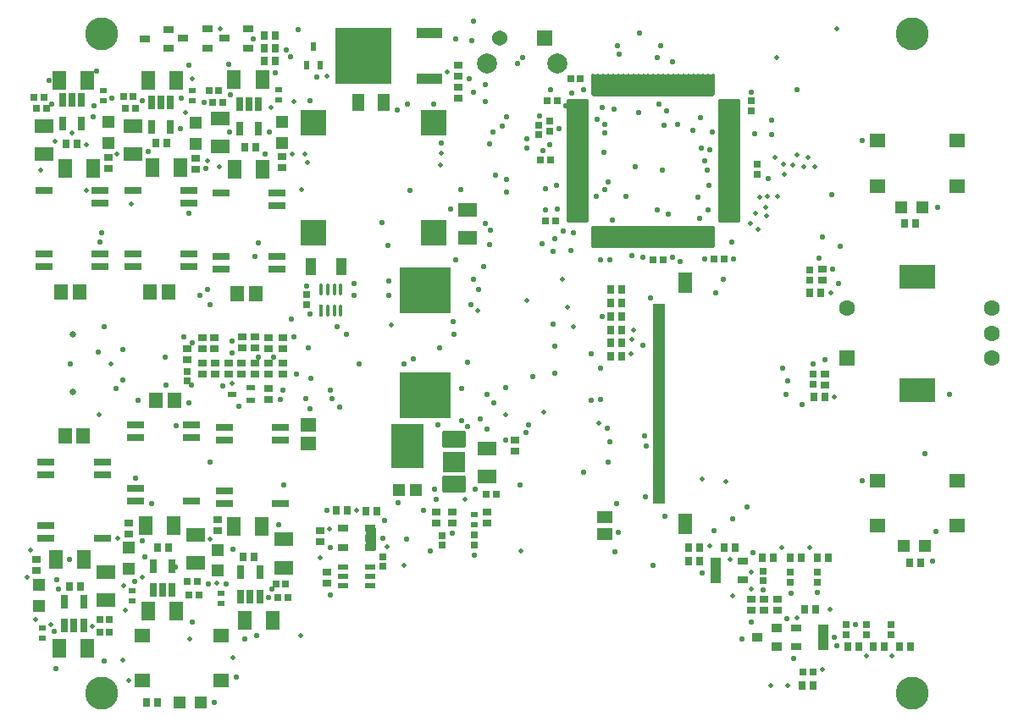
<source format=gts>
G04*
G04 #@! TF.GenerationSoftware,Altium Limited,Altium Designer,22.1.2 (22)*
G04*
G04 Layer_Color=8388736*
%FSLAX44Y44*%
%MOMM*%
G71*
G04*
G04 #@! TF.SameCoordinates,DF868C21-73AE-4418-8FF8-C31C1020728F*
G04*
G04*
G04 #@! TF.FilePolarity,Negative*
G04*
G01*
G75*
%ADD31R,0.3750X1.1565*%
G04:AMPARAMS|DCode=32|XSize=1.1565mm|YSize=0.375mm|CornerRadius=0.1875mm|HoleSize=0mm|Usage=FLASHONLY|Rotation=90.000|XOffset=0mm|YOffset=0mm|HoleType=Round|Shape=RoundedRectangle|*
%AMROUNDEDRECTD32*
21,1,1.1565,0.0000,0,0,90.0*
21,1,0.7815,0.3750,0,0,90.0*
1,1,0.3750,0.0000,0.3908*
1,1,0.3750,0.0000,-0.3908*
1,1,0.3750,0.0000,-0.3908*
1,1,0.3750,0.0000,0.3908*
%
%ADD32ROUNDEDRECTD32*%
%ADD33R,1.7000X0.8000*%
%ADD35R,1.5562X1.4546*%
%ADD37R,1.4546X1.5562*%
%ADD40R,2.6000X1.0600*%
%ADD41R,5.7000X5.6320*%
%ADD51R,1.1544X1.7062*%
%ADD55R,1.2433X20.0052*%
%ADD56R,1.0160X2.2860*%
%ADD57R,2.1040X1.7865*%
%ADD58R,2.0952X1.7748*%
%ADD59R,12.0411X2.1812*%
%ADD60R,2.1985X12.0139*%
%ADD61R,12.0366X2.1924*%
%ADD62R,2.1936X11.9964*%
%ADD63R,1.1000X0.4000*%
%ADD64R,1.4000X2.1000*%
%ADD65R,2.6000X2.6000*%
%ADD66R,0.6000X0.9000*%
%ADD67R,0.9000X0.6000*%
G04:AMPARAMS|DCode=68|XSize=0.7mm|YSize=1.1mm|CornerRadius=0.101mm|HoleSize=0mm|Usage=FLASHONLY|Rotation=270.000|XOffset=0mm|YOffset=0mm|HoleType=Round|Shape=RoundedRectangle|*
%AMROUNDEDRECTD68*
21,1,0.7000,0.8980,0,0,270.0*
21,1,0.4980,1.1000,0,0,270.0*
1,1,0.2020,-0.4490,-0.2490*
1,1,0.2020,-0.4490,0.2490*
1,1,0.2020,0.4490,0.2490*
1,1,0.2020,0.4490,-0.2490*
%
%ADD68ROUNDEDRECTD68*%
%ADD69R,0.8500X0.7500*%
%ADD70R,5.1000X4.6000*%
%ADD71R,0.6500X1.4000*%
%ADD72R,0.8000X1.4000*%
%ADD73R,0.7500X0.8500*%
%ADD74R,0.7400X0.6400*%
%ADD75R,1.1000X0.6000*%
%ADD76R,1.0000X0.9000*%
%ADD77R,2.2700X2.0400*%
%ADD78O,0.4000X1.7000*%
%ADD79R,1.1000X0.7000*%
%ADD80R,1.4500X1.9000*%
%ADD81R,0.6400X0.7400*%
%ADD82R,1.0000X1.7500*%
%ADD83R,0.6500X0.6000*%
%ADD84R,1.3000X1.2000*%
%ADD85R,1.9000X1.4500*%
%ADD86R,0.7500X0.6500*%
%ADD87R,0.6500X0.7500*%
%ADD88R,1.5000X1.3000*%
%ADD89R,3.3000X4.4500*%
%ADD90R,1.2000X1.2500*%
%ADD91R,1.2000X1.3000*%
%ADD92O,0.4000X2.2000*%
%ADD93O,2.2000X0.4000*%
%ADD94R,1.6500X1.4000*%
%ADD95C,0.6500*%
%ADD96R,3.6000X2.4000*%
%ADD97R,1.6000X1.6000*%
%ADD98C,1.6000*%
%ADD99R,1.5400X1.5400*%
%ADD100C,1.5400*%
%ADD101C,2.0000*%
%ADD102C,3.3000*%
%ADD103C,0.5500*%
%ADD104C,0.5000*%
%ADD105C,0.6000*%
D31*
X299556Y412760D02*
D03*
D32*
X306056D02*
D03*
X312556D02*
D03*
X319056D02*
D03*
Y433777D02*
D03*
X312556D02*
D03*
X306056D02*
D03*
X299556D02*
D03*
D33*
X258908Y219900D02*
D03*
X202908D02*
D03*
Y232600D02*
D03*
X258908Y283400D02*
D03*
Y296100D02*
D03*
X202908Y283400D02*
D03*
Y296100D02*
D03*
X111092Y533100D02*
D03*
X167093D02*
D03*
Y520400D02*
D03*
X111092Y469600D02*
D03*
Y456900D02*
D03*
X167093Y469600D02*
D03*
Y456900D02*
D03*
X199204Y530074D02*
D03*
X255204D02*
D03*
Y517374D02*
D03*
X199204Y466574D02*
D03*
Y453874D02*
D03*
X255204Y466574D02*
D03*
Y453874D02*
D03*
X24429Y261100D02*
D03*
Y248400D02*
D03*
X80429Y261100D02*
D03*
Y248400D02*
D03*
X24429Y197600D02*
D03*
Y184900D02*
D03*
X80429D02*
D03*
X78093Y456900D02*
D03*
Y469600D02*
D03*
X22092Y456900D02*
D03*
Y469600D02*
D03*
X78093Y520400D02*
D03*
Y533100D02*
D03*
X22092D02*
D03*
X113908Y298115D02*
D03*
Y285415D02*
D03*
X169907Y298115D02*
D03*
Y285415D02*
D03*
X113908Y234615D02*
D03*
Y221915D02*
D03*
X169907D02*
D03*
D35*
X286260Y298673D02*
D03*
Y280158D02*
D03*
D37*
X134128Y322800D02*
D03*
X152643D02*
D03*
X43171Y287400D02*
D03*
X61687D02*
D03*
X147069Y431291D02*
D03*
X128554D02*
D03*
X58010D02*
D03*
X39494D02*
D03*
X233946Y430000D02*
D03*
X215431D02*
D03*
D40*
X407354Y690340D02*
D03*
Y644640D02*
D03*
D41*
X341854Y667500D02*
D03*
D51*
X361712Y621340D02*
D03*
X336194D02*
D03*
D55*
X636700Y320014D02*
D03*
D56*
X801690Y84421D02*
D03*
X693530Y154270D02*
D03*
X348970Y183980D02*
D03*
D57*
X431865Y238786D02*
D03*
D58*
X431879Y283835D02*
D03*
D59*
X631442Y638334D02*
D03*
D60*
X555437Y562383D02*
D03*
D61*
X631528Y486422D02*
D03*
D62*
X707413Y562450D02*
D03*
D63*
X636500Y322500D02*
D03*
Y417500D02*
D03*
Y412500D02*
D03*
Y407500D02*
D03*
Y402500D02*
D03*
Y397500D02*
D03*
Y392500D02*
D03*
Y387500D02*
D03*
Y382500D02*
D03*
Y377500D02*
D03*
Y372500D02*
D03*
Y367500D02*
D03*
Y362500D02*
D03*
Y357500D02*
D03*
Y352500D02*
D03*
Y347500D02*
D03*
Y342500D02*
D03*
Y337500D02*
D03*
Y332500D02*
D03*
Y327500D02*
D03*
Y317500D02*
D03*
Y312500D02*
D03*
Y307500D02*
D03*
Y302500D02*
D03*
Y297500D02*
D03*
Y292500D02*
D03*
Y287500D02*
D03*
Y282500D02*
D03*
Y277500D02*
D03*
Y272500D02*
D03*
Y267500D02*
D03*
Y262500D02*
D03*
Y257500D02*
D03*
Y252500D02*
D03*
Y247500D02*
D03*
Y242500D02*
D03*
Y237500D02*
D03*
Y232500D02*
D03*
Y227500D02*
D03*
Y222500D02*
D03*
D64*
X663500Y199500D02*
D03*
Y440500D02*
D03*
D65*
X291618Y490906D02*
D03*
Y600906D02*
D03*
X411618Y490906D02*
D03*
Y600906D02*
D03*
D66*
X285118Y658500D02*
D03*
X298118D02*
D03*
X291618Y676500D02*
D03*
D67*
X228689Y322816D02*
D03*
Y335816D02*
D03*
X210689Y329315D02*
D03*
D68*
X773970Y76191D02*
D03*
Y95191D02*
D03*
X801470D02*
D03*
Y85691D02*
D03*
Y76191D02*
D03*
X721250Y162500D02*
D03*
Y143500D02*
D03*
X693750D02*
D03*
Y153000D02*
D03*
Y162500D02*
D03*
X321250Y175750D02*
D03*
Y194750D02*
D03*
X348750D02*
D03*
Y185250D02*
D03*
Y175750D02*
D03*
D69*
X755550Y123750D02*
D03*
Y112750D02*
D03*
X304880Y150770D02*
D03*
Y139770D02*
D03*
X298000Y193000D02*
D03*
Y182000D02*
D03*
X206689Y349275D02*
D03*
Y360274D02*
D03*
X193217Y349275D02*
D03*
Y360275D02*
D03*
X246704Y374920D02*
D03*
Y385920D02*
D03*
X233439Y375110D02*
D03*
Y386110D02*
D03*
X220271Y375110D02*
D03*
Y386110D02*
D03*
X180433Y374920D02*
D03*
Y385920D02*
D03*
X260846Y374920D02*
D03*
Y385920D02*
D03*
X192188Y374920D02*
D03*
Y385920D02*
D03*
X493322Y272000D02*
D03*
Y283000D02*
D03*
X246704Y334816D02*
D03*
Y323815D02*
D03*
X246704Y349275D02*
D03*
Y360275D02*
D03*
X233439Y349275D02*
D03*
Y360275D02*
D03*
X219859Y349275D02*
D03*
Y360275D02*
D03*
X180433Y349275D02*
D03*
Y360275D02*
D03*
X261117Y349275D02*
D03*
Y360275D02*
D03*
X436161Y647427D02*
D03*
Y658427D02*
D03*
Y625649D02*
D03*
Y636649D02*
D03*
X15000Y152500D02*
D03*
Y163500D02*
D03*
X86592Y565656D02*
D03*
Y554656D02*
D03*
X260215Y555427D02*
D03*
Y566427D02*
D03*
X174062Y554500D02*
D03*
Y565500D02*
D03*
X195938Y204000D02*
D03*
Y193000D02*
D03*
X106938Y200515D02*
D03*
Y189515D02*
D03*
X165546Y364000D02*
D03*
Y375000D02*
D03*
X430217Y199989D02*
D03*
Y210989D02*
D03*
X465615Y200000D02*
D03*
Y211000D02*
D03*
X414650Y200245D02*
D03*
Y211244D02*
D03*
X800433Y454102D02*
D03*
Y443102D02*
D03*
X742000Y112750D02*
D03*
Y123750D02*
D03*
X803014Y338528D02*
D03*
Y349528D02*
D03*
X728947Y112738D02*
D03*
Y123738D02*
D03*
D70*
X403617Y432920D02*
D03*
Y327920D02*
D03*
D71*
X60020Y623471D02*
D03*
X50520D02*
D03*
X41020D02*
D03*
X42929Y97500D02*
D03*
X52429D02*
D03*
X61929D02*
D03*
X131635Y133150D02*
D03*
X141135D02*
D03*
X150635D02*
D03*
X218907Y126850D02*
D03*
X228407D02*
D03*
X237907D02*
D03*
X148796Y620787D02*
D03*
X139296D02*
D03*
X129796D02*
D03*
X236714Y618927D02*
D03*
X227215D02*
D03*
X217715D02*
D03*
D72*
X41020Y599471D02*
D03*
X60020D02*
D03*
X61929Y121500D02*
D03*
X42929D02*
D03*
X150635Y157150D02*
D03*
X131635D02*
D03*
X237907Y150850D02*
D03*
X218907D02*
D03*
X129796Y596787D02*
D03*
X148796D02*
D03*
X217715Y594927D02*
D03*
X236714D02*
D03*
D73*
X677657Y175799D02*
D03*
X666657D02*
D03*
X677527Y162500D02*
D03*
X666527D02*
D03*
X702500Y175799D02*
D03*
X713500D02*
D03*
X355260Y212240D02*
D03*
X344260D02*
D03*
X325500Y212500D02*
D03*
X314500D02*
D03*
X253390Y688201D02*
D03*
X242390D02*
D03*
X851699Y76746D02*
D03*
X862699D02*
D03*
X888151D02*
D03*
X877152D02*
D03*
X740703Y165239D02*
D03*
X751703D02*
D03*
X779264Y165636D02*
D03*
X768264D02*
D03*
X806761D02*
D03*
X795761D02*
D03*
X253464Y675540D02*
D03*
X242464D02*
D03*
Y662500D02*
D03*
X253464D02*
D03*
X47848Y137030D02*
D03*
X58848D02*
D03*
X55592Y579849D02*
D03*
X44592D02*
D03*
X223175Y576050D02*
D03*
X234175D02*
D03*
X133796Y580427D02*
D03*
X144796D02*
D03*
X232689Y166750D02*
D03*
X221688D02*
D03*
X146636Y175515D02*
D03*
X135635D02*
D03*
X589000Y433612D02*
D03*
X600000D02*
D03*
X589000Y420199D02*
D03*
X600000D02*
D03*
X589000Y407212D02*
D03*
X600000D02*
D03*
X589000Y393612D02*
D03*
X600000D02*
D03*
Y380734D02*
D03*
X589000D02*
D03*
X589000Y367112D02*
D03*
X600000D02*
D03*
X898870Y160761D02*
D03*
X887870D02*
D03*
X799014Y430700D02*
D03*
X788014D02*
D03*
X794070Y114086D02*
D03*
X783070D02*
D03*
X883000Y499832D02*
D03*
X894000D02*
D03*
X780199Y37594D02*
D03*
X791199D02*
D03*
X124759Y20561D02*
D03*
X135759D02*
D03*
X837027Y76746D02*
D03*
X826027D02*
D03*
X792014Y326344D02*
D03*
X803014D02*
D03*
D74*
X360775Y166754D02*
D03*
Y156754D02*
D03*
X527996Y602406D02*
D03*
Y592406D02*
D03*
X285118Y418543D02*
D03*
Y428543D02*
D03*
X517200Y598467D02*
D03*
Y588467D02*
D03*
X729155Y612406D02*
D03*
Y622406D02*
D03*
X869177Y98480D02*
D03*
Y88480D02*
D03*
X823840Y98448D02*
D03*
Y88448D02*
D03*
X844924Y98480D02*
D03*
Y88480D02*
D03*
X741526Y142250D02*
D03*
Y152250D02*
D03*
X768264Y140749D02*
D03*
Y150749D02*
D03*
X795761Y140749D02*
D03*
Y150749D02*
D03*
X452889Y187992D02*
D03*
Y177992D02*
D03*
X420519Y187838D02*
D03*
Y177838D02*
D03*
X788014Y443200D02*
D03*
Y453200D02*
D03*
X735112Y558906D02*
D03*
Y548906D02*
D03*
X791014Y339028D02*
D03*
Y349028D02*
D03*
D75*
X347990Y137600D02*
D03*
Y147100D02*
D03*
Y156600D02*
D03*
X320990Y137600D02*
D03*
Y147100D02*
D03*
Y156600D02*
D03*
D76*
X755054Y76191D02*
D03*
Y95192D02*
D03*
X735054Y85691D02*
D03*
D77*
X432019Y261302D02*
D03*
D78*
X422019Y238802D02*
D03*
X427019D02*
D03*
X432019D02*
D03*
X437019D02*
D03*
X442019D02*
D03*
X422019Y283802D02*
D03*
X427019D02*
D03*
X432019D02*
D03*
X437019D02*
D03*
X442019D02*
D03*
D79*
X122750Y684631D02*
D03*
X146750Y694131D02*
D03*
Y675131D02*
D03*
X202465Y685040D02*
D03*
X226465Y694540D02*
D03*
Y675540D02*
D03*
X161486Y685040D02*
D03*
X185486Y694540D02*
D03*
Y675540D02*
D03*
D80*
X212189Y196739D02*
D03*
X240189D02*
D03*
X123812Y197600D02*
D03*
X151812D02*
D03*
X33848Y163500D02*
D03*
X61848D02*
D03*
X158796Y556120D02*
D03*
X130796D02*
D03*
X71569Y554828D02*
D03*
X43569D02*
D03*
X240673Y554449D02*
D03*
X212673D02*
D03*
X65209Y75000D02*
D03*
X37209D02*
D03*
X37312Y643000D02*
D03*
X65312D02*
D03*
X240465Y643927D02*
D03*
X212465D02*
D03*
X154312Y643000D02*
D03*
X126312D02*
D03*
X222929Y103015D02*
D03*
X250929D02*
D03*
X126688Y112015D02*
D03*
X154688D02*
D03*
D81*
X558645Y644606D02*
D03*
X548645D02*
D03*
X87927Y90978D02*
D03*
X77927D02*
D03*
X77878Y104000D02*
D03*
X87878D02*
D03*
X12583Y626340D02*
D03*
X22583D02*
D03*
X24883Y614785D02*
D03*
X14883D02*
D03*
X197188Y633073D02*
D03*
X187188D02*
D03*
X191214Y621340D02*
D03*
X201214D02*
D03*
X111583Y627287D02*
D03*
X101583D02*
D03*
X103883Y614785D02*
D03*
X113883D02*
D03*
X264107Y138850D02*
D03*
X254107D02*
D03*
X256407Y125978D02*
D03*
X266407D02*
D03*
X167407Y127993D02*
D03*
X177407D02*
D03*
X175812Y141950D02*
D03*
X165812D02*
D03*
X781320Y51592D02*
D03*
X791320D02*
D03*
X641420Y463754D02*
D03*
X631420D02*
D03*
X535296Y622406D02*
D03*
X525296D02*
D03*
X534032Y502406D02*
D03*
X524032D02*
D03*
X691920Y464455D02*
D03*
X701920D02*
D03*
X528739Y563466D02*
D03*
X518739D02*
D03*
D82*
X319743Y456900D02*
D03*
X289244D02*
D03*
D83*
X20785Y84927D02*
D03*
Y95087D02*
D03*
X81736Y633073D02*
D03*
Y622913D02*
D03*
X256889Y623840D02*
D03*
Y634000D02*
D03*
X170736Y622913D02*
D03*
Y633073D02*
D03*
X199264Y130087D02*
D03*
Y119927D02*
D03*
X110264Y132102D02*
D03*
Y121942D02*
D03*
X452889Y198170D02*
D03*
Y208330D02*
D03*
D84*
X17459Y117500D02*
D03*
Y138500D02*
D03*
X86593Y601690D02*
D03*
Y580690D02*
D03*
X260215Y580427D02*
D03*
Y601427D02*
D03*
X174062Y579500D02*
D03*
Y600500D02*
D03*
X195938Y173500D02*
D03*
Y152500D02*
D03*
X106938Y175515D02*
D03*
Y154515D02*
D03*
D85*
X84513Y150804D02*
D03*
Y122804D02*
D03*
X22092Y569300D02*
D03*
Y597300D02*
D03*
X262188Y183729D02*
D03*
Y155729D02*
D03*
X173645Y188357D02*
D03*
Y160357D02*
D03*
X198209Y576721D02*
D03*
Y604721D02*
D03*
X111092Y569300D02*
D03*
Y597300D02*
D03*
X465615Y275000D02*
D03*
Y247000D02*
D03*
X445819Y513673D02*
D03*
Y485673D02*
D03*
D86*
X165546Y352105D02*
D03*
Y342105D02*
D03*
D87*
X474365Y229294D02*
D03*
X464365D02*
D03*
D88*
X583250Y189080D02*
D03*
Y206080D02*
D03*
D89*
X385643Y277433D02*
D03*
D90*
X394393Y232933D02*
D03*
X376893D02*
D03*
D91*
X178646Y20562D02*
D03*
X157645D02*
D03*
X900500Y516000D02*
D03*
X879500D02*
D03*
X902630Y177086D02*
D03*
X881630D02*
D03*
D92*
X691420Y638406D02*
D03*
X686420D02*
D03*
X681420D02*
D03*
X676420D02*
D03*
X671420D02*
D03*
X666420D02*
D03*
X661420D02*
D03*
X656420D02*
D03*
X651420D02*
D03*
X646420D02*
D03*
X641420D02*
D03*
X636420D02*
D03*
X631420D02*
D03*
X626420D02*
D03*
X621420D02*
D03*
X616420D02*
D03*
X611420D02*
D03*
X606420D02*
D03*
X601420D02*
D03*
X596420D02*
D03*
X591420D02*
D03*
X586420D02*
D03*
X581420D02*
D03*
X576420D02*
D03*
X571420D02*
D03*
Y486406D02*
D03*
X576420D02*
D03*
X581420D02*
D03*
X586420D02*
D03*
X591420D02*
D03*
X596420D02*
D03*
X601420D02*
D03*
X606420D02*
D03*
X611420D02*
D03*
X616420D02*
D03*
X621420D02*
D03*
X626420D02*
D03*
X631420D02*
D03*
X636420D02*
D03*
X641420D02*
D03*
X646420D02*
D03*
X651420D02*
D03*
X656420D02*
D03*
X661420D02*
D03*
X666420D02*
D03*
X671420D02*
D03*
X676420D02*
D03*
X681420D02*
D03*
X686420D02*
D03*
X691420D02*
D03*
D93*
X555420Y622406D02*
D03*
Y617406D02*
D03*
Y612406D02*
D03*
Y607406D02*
D03*
Y602406D02*
D03*
Y597406D02*
D03*
Y592406D02*
D03*
Y587406D02*
D03*
Y582406D02*
D03*
Y577406D02*
D03*
Y572406D02*
D03*
Y567406D02*
D03*
Y562406D02*
D03*
Y557406D02*
D03*
Y552406D02*
D03*
Y547406D02*
D03*
Y542406D02*
D03*
Y537406D02*
D03*
Y532406D02*
D03*
Y527406D02*
D03*
Y522406D02*
D03*
Y517406D02*
D03*
Y512406D02*
D03*
Y507406D02*
D03*
Y502406D02*
D03*
X707420D02*
D03*
Y507406D02*
D03*
Y512406D02*
D03*
Y517406D02*
D03*
Y522406D02*
D03*
Y527406D02*
D03*
Y532406D02*
D03*
Y537406D02*
D03*
Y542406D02*
D03*
Y547406D02*
D03*
Y552406D02*
D03*
Y557406D02*
D03*
Y562406D02*
D03*
Y567406D02*
D03*
Y572406D02*
D03*
Y577406D02*
D03*
Y582406D02*
D03*
Y587406D02*
D03*
Y592406D02*
D03*
Y597406D02*
D03*
Y602406D02*
D03*
Y607406D02*
D03*
Y612406D02*
D03*
Y617406D02*
D03*
Y622406D02*
D03*
D94*
X199750Y42500D02*
D03*
Y87500D02*
D03*
X120250Y42500D02*
D03*
Y87500D02*
D03*
X934750Y197500D02*
D03*
Y242500D02*
D03*
X855250Y197500D02*
D03*
Y242500D02*
D03*
X934750Y537500D02*
D03*
Y582500D02*
D03*
X855250Y537500D02*
D03*
Y582500D02*
D03*
D95*
X51050Y388900D02*
D03*
Y331100D02*
D03*
D96*
X895000Y333000D02*
D03*
Y447000D02*
D03*
D97*
X825000Y365000D02*
D03*
D98*
Y415000D02*
D03*
X970000Y365000D02*
D03*
Y390000D02*
D03*
Y415000D02*
D03*
D99*
X522500Y685138D02*
D03*
D100*
X477500D02*
D03*
D101*
X535050Y660238D02*
D03*
X464950D02*
D03*
D102*
X80000Y690000D02*
D03*
X890000D02*
D03*
Y30000D02*
D03*
X80000D02*
D03*
D103*
X764500Y104250D02*
D03*
X680500Y150500D02*
D03*
X35250Y143250D02*
D03*
X201000Y337500D02*
D03*
X294750Y646180D02*
D03*
X247250Y591000D02*
D03*
X36604Y134473D02*
D03*
X745939Y544439D02*
D03*
X621049Y378201D02*
D03*
X170750Y101500D02*
D03*
X34000Y54750D02*
D03*
X375750Y613500D02*
D03*
X385750Y619250D02*
D03*
X387923Y533018D02*
D03*
X272000Y386750D02*
D03*
X71750Y606500D02*
D03*
X419500Y580750D02*
D03*
X120750Y623000D02*
D03*
X72500Y617500D02*
D03*
X208250Y629000D02*
D03*
X159500Y625500D02*
D03*
X729500Y101500D02*
D03*
X504000Y290750D02*
D03*
X815250Y77250D02*
D03*
X32500Y91500D02*
D03*
X650500Y466000D02*
D03*
X408500Y172250D02*
D03*
X90500Y625250D02*
D03*
X260750Y333000D02*
D03*
X453750Y233750D02*
D03*
X169293Y338359D02*
D03*
X595500Y677750D02*
D03*
X465250Y328500D02*
D03*
X178000Y427750D02*
D03*
X470998Y591263D02*
D03*
X480750Y597250D02*
D03*
X484250Y606750D02*
D03*
X308750Y333000D02*
D03*
X523750Y513750D02*
D03*
X207500Y591250D02*
D03*
X101250Y343500D02*
D03*
X628500Y425750D02*
D03*
X658200Y462050D02*
D03*
X463750Y500250D02*
D03*
X468250Y493500D02*
D03*
X94500Y335250D02*
D03*
X613250Y556750D02*
D03*
X506500Y298500D02*
D03*
X446000Y296750D02*
D03*
X391250Y364750D02*
D03*
X431750Y402000D02*
D03*
X144250Y338000D02*
D03*
X520750Y573000D02*
D03*
X791500Y359000D02*
D03*
X711250Y464250D02*
D03*
X215000Y46000D02*
D03*
X810750Y454500D02*
D03*
X812500Y86000D02*
D03*
X537250Y594500D02*
D03*
X730750Y170750D02*
D03*
X430250Y189750D02*
D03*
X376500Y220500D02*
D03*
X768750Y130250D02*
D03*
X186250Y139250D02*
D03*
X304989Y212619D02*
D03*
X310190Y324537D02*
D03*
X318016Y316609D02*
D03*
X691936Y192936D02*
D03*
X182651Y621340D02*
D03*
X29592Y618927D02*
D03*
X484000Y335500D02*
D03*
X533087Y350163D02*
D03*
X510538Y346962D02*
D03*
X362500Y203000D02*
D03*
X439463Y302596D02*
D03*
X415750Y298250D02*
D03*
X498070Y238363D02*
D03*
X578550Y323629D02*
D03*
X569250Y323250D02*
D03*
X532596Y377500D02*
D03*
X483455Y283000D02*
D03*
X585233Y294826D02*
D03*
X561583Y251090D02*
D03*
X586039Y261276D02*
D03*
X710307Y204177D02*
D03*
X465615Y294614D02*
D03*
X468090Y478906D02*
D03*
X461865Y456900D02*
D03*
X472164Y320562D02*
D03*
X485042Y531303D02*
D03*
X463550Y621522D02*
D03*
X501061Y665899D02*
D03*
X495348Y660238D02*
D03*
X528739Y634007D02*
D03*
X549953Y630406D02*
D03*
X530868Y399571D02*
D03*
X720000Y84000D02*
D03*
X631373Y158239D02*
D03*
X593020Y171098D02*
D03*
X452889Y168000D02*
D03*
X596750Y190920D02*
D03*
X725000Y216021D02*
D03*
X385000Y184000D02*
D03*
X361465Y185250D02*
D03*
X308638Y175750D02*
D03*
X308630Y128386D02*
D03*
X580359Y615906D02*
D03*
X575359Y603906D02*
D03*
X582649Y599155D02*
D03*
X582920Y590906D02*
D03*
X771514Y65000D02*
D03*
X795761Y130750D02*
D03*
X412812Y233819D02*
D03*
X204322Y139633D02*
D03*
X243606Y569362D02*
D03*
X154688Y298000D02*
D03*
X439639Y334434D02*
D03*
X246704Y125978D02*
D03*
X468011Y579800D02*
D03*
X505000Y584471D02*
D03*
X517448Y607406D02*
D03*
X505000Y575461D02*
D03*
X473870Y548544D02*
D03*
X126296Y571721D02*
D03*
X130259Y219900D02*
D03*
X775000Y633399D02*
D03*
X544068Y617949D02*
D03*
X216747Y317408D02*
D03*
X258908Y323815D02*
D03*
X210439Y370440D02*
D03*
X167407Y320316D02*
D03*
X231465Y684450D02*
D03*
X610359Y467655D02*
D03*
X588220Y463400D02*
D03*
X578596D02*
D03*
X586420Y541748D02*
D03*
X581709Y570648D02*
D03*
X650240Y661677D02*
D03*
X643074Y206744D02*
D03*
X579920Y407212D02*
D03*
X597485Y669225D02*
D03*
X617920Y690340D02*
D03*
X638720Y677438D02*
D03*
X635169Y666010D02*
D03*
X82722Y396630D02*
D03*
X120250Y182015D02*
D03*
X122842Y166750D02*
D03*
X447389Y644750D02*
D03*
X616659Y611079D02*
D03*
X434236Y684917D02*
D03*
X268814Y666960D02*
D03*
X264354Y673720D02*
D03*
X253464Y650677D02*
D03*
X276256Y694131D02*
D03*
X840277Y242500D02*
D03*
X840094Y582500D02*
D03*
X915914Y516000D02*
D03*
X594500Y219314D02*
D03*
X450000Y682850D02*
D03*
X451419Y702150D02*
D03*
X288370Y622451D02*
D03*
X428819Y514162D02*
D03*
X682920Y562406D02*
D03*
X729155Y630905D02*
D03*
X367274Y427706D02*
D03*
Y442654D02*
D03*
X449019Y418532D02*
D03*
X288318Y409677D02*
D03*
X551829Y490938D02*
D03*
X541500Y492423D02*
D03*
X646480Y508906D02*
D03*
X682920Y464349D02*
D03*
X701342Y443778D02*
D03*
X796683Y465608D02*
D03*
X765714Y342500D02*
D03*
X417819Y375420D02*
D03*
X432599Y388920D02*
D03*
X800433Y486406D02*
D03*
X185486Y433777D02*
D03*
X188587Y418383D02*
D03*
X76916Y370858D02*
D03*
X48752Y359799D02*
D03*
X143385Y366442D02*
D03*
X116787Y323153D02*
D03*
X458683Y304000D02*
D03*
X451419Y631500D02*
D03*
X411617Y619545D02*
D03*
X360308Y501115D02*
D03*
X414650Y224000D02*
D03*
X211408Y174357D02*
D03*
X623316Y226874D02*
D03*
X622471Y287500D02*
D03*
X624170Y277500D02*
D03*
X587920Y281124D02*
D03*
X640410Y553467D02*
D03*
X603784Y527406D02*
D03*
X590359Y503648D02*
D03*
X574392Y526874D02*
D03*
X582920Y534031D02*
D03*
X463500Y638406D02*
D03*
X184183Y554656D02*
D03*
X113068Y141659D02*
D03*
X47848Y163500D02*
D03*
X233250Y466574D02*
D03*
X207209Y658750D02*
D03*
X167093Y658500D02*
D03*
X158592Y594927D02*
D03*
X236714Y480456D02*
D03*
X332618Y439560D02*
D03*
Y427995D02*
D03*
X269765Y404648D02*
D03*
X286260Y375150D02*
D03*
X251752Y365775D02*
D03*
X732708Y589706D02*
D03*
X690085Y591346D02*
D03*
X678653Y605398D02*
D03*
X687481Y573879D02*
D03*
X679475Y575461D02*
D03*
X484925Y543788D02*
D03*
X534333Y537705D02*
D03*
X433658Y463400D02*
D03*
X324244Y388920D02*
D03*
X210439Y382487D02*
D03*
X283729Y325000D02*
D03*
X289244Y345093D02*
D03*
X275000Y348934D02*
D03*
X236714Y365775D02*
D03*
X365878Y477641D02*
D03*
X256987Y198199D02*
D03*
X249741Y134485D02*
D03*
X337618Y359684D02*
D03*
X285118Y437435D02*
D03*
X315506Y396518D02*
D03*
X684982Y552976D02*
D03*
X686999Y538087D02*
D03*
X675850Y526345D02*
D03*
X677813Y505170D02*
D03*
X686226Y513583D02*
D03*
X620784Y466044D02*
D03*
X548789Y473136D02*
D03*
X533165Y484276D02*
D03*
X530917Y471877D02*
D03*
X519930Y479839D02*
D03*
X523973Y535015D02*
D03*
X833777Y98464D02*
D03*
X741526Y133000D02*
D03*
X438861Y533898D02*
D03*
X561477Y633399D02*
D03*
X637481Y618953D02*
D03*
X642480Y598002D02*
D03*
X655359Y599155D02*
D03*
X670618Y592805D02*
D03*
X760802Y355283D02*
D03*
X535296Y514202D02*
D03*
X457152Y433612D02*
D03*
X288318Y314158D02*
D03*
X170811Y380266D02*
D03*
X527996Y578906D02*
D03*
X101183Y373942D02*
D03*
X162441Y386602D02*
D03*
X710000Y480936D02*
D03*
X234911Y87778D02*
D03*
X80000Y490448D02*
D03*
X27460Y643000D02*
D03*
X74812Y652500D02*
D03*
X223407Y84000D02*
D03*
X82638Y62220D02*
D03*
X192811Y20562D02*
D03*
X913734Y191706D02*
D03*
X750000Y603467D02*
D03*
X803014Y363824D02*
D03*
X635359Y513382D02*
D03*
X779819Y319000D02*
D03*
X764130Y329094D02*
D03*
X591984Y613906D02*
D03*
X927085Y329094D02*
D03*
X902630Y270000D02*
D03*
X910924Y161886D02*
D03*
X818462Y476840D02*
D03*
X750000Y589000D02*
D03*
X810000Y528467D02*
D03*
X816500Y439852D02*
D03*
X644670Y612251D02*
D03*
X578596Y355283D02*
D03*
X569519Y369641D02*
D03*
X78093Y481381D02*
D03*
X401643Y212581D02*
D03*
X382393Y359000D02*
D03*
X693624Y430654D02*
D03*
X445519Y361275D02*
D03*
X451419Y444050D02*
D03*
X167093Y510000D02*
D03*
X188745Y261301D02*
D03*
X262188Y238000D02*
D03*
X113908Y245015D02*
D03*
X153383Y156235D02*
D03*
D104*
X710750Y127000D02*
D03*
X106750Y43000D02*
D03*
X688250Y177000D02*
D03*
X759500Y175750D02*
D03*
X762000Y548750D02*
D03*
X756000Y527250D02*
D03*
X738000Y526250D02*
D03*
X283000Y569250D02*
D03*
X285750Y561000D02*
D03*
X188250Y184500D02*
D03*
X249250Y616000D02*
D03*
X185500Y563000D02*
D03*
X8500Y173000D02*
D03*
X5250Y146250D02*
D03*
X787500Y175500D02*
D03*
X869500Y67250D02*
D03*
X210500Y339750D02*
D03*
X443500Y224250D02*
D03*
X365500Y176250D02*
D03*
X844500Y67000D02*
D03*
X298000Y165500D02*
D03*
X504780Y423000D02*
D03*
X545963Y415750D02*
D03*
X551533Y396250D02*
D03*
X744500Y507750D02*
D03*
X736000Y494000D02*
D03*
X728415Y500102D02*
D03*
X743529Y516145D02*
D03*
X733500Y510500D02*
D03*
X745843Y527285D02*
D03*
X609000Y369500D02*
D03*
X610288Y383962D02*
D03*
X611250Y393612D02*
D03*
X369250Y398552D02*
D03*
X270750Y569750D02*
D03*
X164000Y611250D02*
D03*
X95500Y569500D02*
D03*
X64350Y578400D02*
D03*
Y533100D02*
D03*
X120250Y146250D02*
D03*
X102250Y137250D02*
D03*
X70250Y97250D02*
D03*
X540500Y444250D02*
D03*
X761877Y559373D02*
D03*
X753007Y566257D02*
D03*
X793273Y556500D02*
D03*
X782134Y556706D02*
D03*
X770994Y558134D02*
D03*
X774680Y568500D02*
D03*
X786250Y566000D02*
D03*
X800323Y53677D02*
D03*
X335000Y212500D02*
D03*
X308000Y194500D02*
D03*
X775117Y105633D02*
D03*
X808000Y114086D02*
D03*
X809000Y430700D02*
D03*
X812750Y326344D02*
D03*
X729250Y151320D02*
D03*
X729500Y134000D02*
D03*
X77785Y308900D02*
D03*
X766000Y37594D02*
D03*
X382500Y158250D02*
D03*
X418750Y558040D02*
D03*
X279626Y533898D02*
D03*
X419750Y570604D02*
D03*
X96250Y184750D02*
D03*
X425750Y651750D02*
D03*
X14250Y104000D02*
D03*
X305057Y646999D02*
D03*
X456045Y412500D02*
D03*
X195500Y140000D02*
D03*
X29000Y99000D02*
D03*
X89200Y359250D02*
D03*
X198750Y694540D02*
D03*
X103750Y113000D02*
D03*
X101000Y63355D02*
D03*
X167750Y84250D02*
D03*
X211000Y66000D02*
D03*
X278657Y87250D02*
D03*
X272250Y621750D02*
D03*
X198000Y557000D02*
D03*
X170750Y644500D02*
D03*
X110000Y519250D02*
D03*
X19062Y553062D02*
D03*
X483500Y309000D02*
D03*
X50250Y590250D02*
D03*
X33125Y582265D02*
D03*
X708500Y163750D02*
D03*
X748750Y38000D02*
D03*
X522250Y311250D02*
D03*
X576535Y299847D02*
D03*
X680250Y244250D02*
D03*
X703750Y241500D02*
D03*
X499000Y172000D02*
D03*
X815000Y695000D02*
D03*
X755000Y666010D02*
D03*
D105*
X426519Y255802D02*
D03*
Y266802D02*
D03*
X437519Y255802D02*
D03*
Y266802D02*
D03*
M02*

</source>
